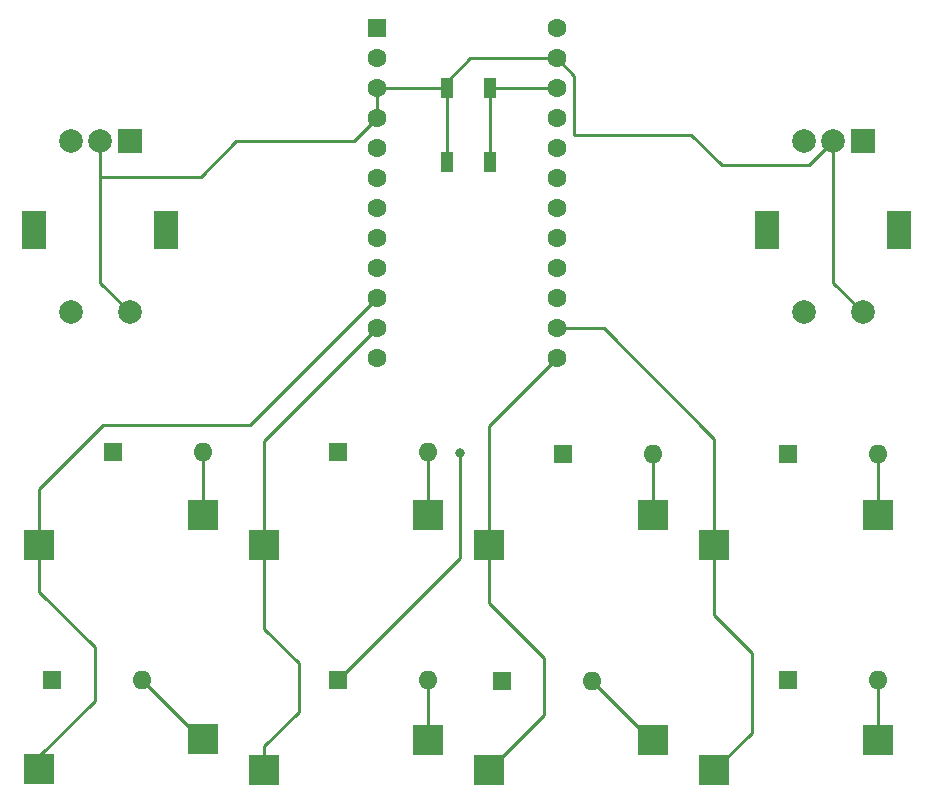
<source format=gbl>
%TF.GenerationSoftware,KiCad,Pcbnew,(6.0.8)*%
%TF.CreationDate,2023-10-01T17:03:22+02:00*%
%TF.ProjectId,macropad,6d616372-6f70-4616-942e-6b696361645f,rev?*%
%TF.SameCoordinates,Original*%
%TF.FileFunction,Copper,L2,Bot*%
%TF.FilePolarity,Positive*%
%FSLAX46Y46*%
G04 Gerber Fmt 4.6, Leading zero omitted, Abs format (unit mm)*
G04 Created by KiCad (PCBNEW (6.0.8)) date 2023-10-01 17:03:22*
%MOMM*%
%LPD*%
G01*
G04 APERTURE LIST*
%TA.AperFunction,ComponentPad*%
%ADD10R,2.000000X2.000000*%
%TD*%
%TA.AperFunction,ComponentPad*%
%ADD11C,2.000000*%
%TD*%
%TA.AperFunction,ComponentPad*%
%ADD12R,2.000000X3.200000*%
%TD*%
%TA.AperFunction,SMDPad,CuDef*%
%ADD13R,2.550000X2.500000*%
%TD*%
%TA.AperFunction,ComponentPad*%
%ADD14R,1.600000X1.600000*%
%TD*%
%TA.AperFunction,ComponentPad*%
%ADD15C,1.600000*%
%TD*%
%TA.AperFunction,ComponentPad*%
%ADD16O,1.600000X1.600000*%
%TD*%
%TA.AperFunction,SMDPad,CuDef*%
%ADD17R,1.100000X1.800000*%
%TD*%
%TA.AperFunction,ViaPad*%
%ADD18C,0.800000*%
%TD*%
%TA.AperFunction,Conductor*%
%ADD19C,0.250000*%
%TD*%
G04 APERTURE END LIST*
D10*
%TO.P,SW10,A,A*%
%TO.N,ROT2_A*%
X177840000Y-66080000D03*
D11*
%TO.P,SW10,B,B*%
%TO.N,ROT2_B*%
X172840000Y-66080000D03*
%TO.P,SW10,C,C*%
%TO.N,GND*%
X175340000Y-66080000D03*
D12*
%TO.P,SW10,MP*%
%TO.N,N/C*%
X180940000Y-73580000D03*
X169740000Y-73580000D03*
D11*
%TO.P,SW10,S1,S1*%
%TO.N,ROT2_S*%
X172840000Y-80580000D03*
%TO.P,SW10,S2,S2*%
%TO.N,GND*%
X177840000Y-80580000D03*
%TD*%
D13*
%TO.P,SW2,1,1*%
%TO.N,Net-(D1-Pad2)*%
X121990000Y-97750000D03*
%TO.P,SW2,2,2*%
%TO.N,COL1*%
X108140000Y-100290000D03*
%TD*%
%TO.P,SW3,1,1*%
%TO.N,Net-(D2-Pad2)*%
X141040000Y-97750000D03*
%TO.P,SW3,2,2*%
%TO.N,COL2*%
X127190000Y-100290000D03*
%TD*%
%TO.P,SW8,1,1*%
%TO.N,Net-(D7-Pad2)*%
X160080000Y-116800000D03*
%TO.P,SW8,2,2*%
%TO.N,COL3*%
X146230000Y-119340000D03*
%TD*%
D10*
%TO.P,SW1,A,A*%
%TO.N,ROT1_A*%
X115780000Y-66080000D03*
D11*
%TO.P,SW1,B,B*%
%TO.N,ROT1_B*%
X110780000Y-66080000D03*
%TO.P,SW1,C,C*%
%TO.N,GND*%
X113280000Y-66080000D03*
D12*
%TO.P,SW1,MP*%
%TO.N,N/C*%
X118880000Y-73580000D03*
X107680000Y-73580000D03*
D11*
%TO.P,SW1,S1,S1*%
%TO.N,ROT1_S*%
X110780000Y-80580000D03*
%TO.P,SW1,S2,S2*%
%TO.N,GND*%
X115780000Y-80580000D03*
%TD*%
D13*
%TO.P,SW6,1,1*%
%TO.N,Net-(D5-Pad2)*%
X121990000Y-116750000D03*
%TO.P,SW6,2,2*%
%TO.N,COL1*%
X108140000Y-119290000D03*
%TD*%
D14*
%TO.P,U1,1,TX*%
%TO.N,unconnected-(U1-Pad1)*%
X136690000Y-56550000D03*
D15*
%TO.P,U1,2,RX*%
%TO.N,unconnected-(U1-Pad2)*%
X136690000Y-59090000D03*
%TO.P,U1,3,GND*%
%TO.N,GND*%
X136690000Y-61630000D03*
%TO.P,U1,4,GND*%
X136690000Y-64170000D03*
%TO.P,U1,5,SDA*%
%TO.N,unconnected-(U1-Pad5)*%
X136690000Y-66710000D03*
%TO.P,U1,6,SCL*%
%TO.N,unconnected-(U1-Pad6)*%
X136690000Y-69250000D03*
%TO.P,U1,7,D4*%
%TO.N,ROT1_A*%
X136690000Y-71790000D03*
%TO.P,U1,8,C6*%
%TO.N,ROT1_B*%
X136690000Y-74330000D03*
%TO.P,U1,9,D7*%
%TO.N,ROT1_S*%
X136690000Y-76870000D03*
%TO.P,U1,10,E6*%
%TO.N,COL1*%
X136690000Y-79410000D03*
%TO.P,U1,11,B4*%
%TO.N,COL2*%
X136690000Y-81950000D03*
%TO.P,U1,12,B5*%
%TO.N,ROW1*%
X136690000Y-84490000D03*
%TO.P,U1,13,B6*%
%TO.N,COL3*%
X151930000Y-84490000D03*
%TO.P,U1,14,B2*%
%TO.N,COL4*%
X151930000Y-81950000D03*
%TO.P,U1,15,B3*%
%TO.N,ROW2*%
X151930000Y-79410000D03*
%TO.P,U1,16,B1*%
%TO.N,ROT2_S*%
X151930000Y-76870000D03*
%TO.P,U1,17,F7*%
%TO.N,ROT2_A*%
X151930000Y-74330000D03*
%TO.P,U1,18,F6*%
%TO.N,ROT2_B*%
X151930000Y-71790000D03*
%TO.P,U1,19,F5*%
%TO.N,unconnected-(U1-Pad19)*%
X151930000Y-69250000D03*
%TO.P,U1,20,F4*%
%TO.N,unconnected-(U1-Pad20)*%
X151930000Y-66710000D03*
%TO.P,U1,21,VCC*%
%TO.N,Net-(U1-Pad21)*%
X151930000Y-64170000D03*
%TO.P,U1,22,RST*%
%TO.N,RST*%
X151930000Y-61630000D03*
%TO.P,U1,23,GND*%
%TO.N,GND*%
X151930000Y-59090000D03*
%TO.P,U1,24,RAW*%
%TO.N,unconnected-(U1-Pad24)*%
X151930000Y-56550000D03*
%TD*%
D13*
%TO.P,SW9,1,1*%
%TO.N,Net-(D8-Pad2)*%
X179130000Y-116800000D03*
%TO.P,SW9,2,2*%
%TO.N,COL4*%
X165280000Y-119340000D03*
%TD*%
%TO.P,SW4,1,1*%
%TO.N,Net-(D3-Pad2)*%
X160080000Y-97750000D03*
%TO.P,SW4,2,2*%
%TO.N,COL3*%
X146230000Y-100290000D03*
%TD*%
%TO.P,SW7,1,1*%
%TO.N,Net-(D6-Pad2)*%
X141040000Y-116800000D03*
%TO.P,SW7,2,2*%
%TO.N,COL2*%
X127190000Y-119340000D03*
%TD*%
%TO.P,SW5,1,1*%
%TO.N,Net-(D4-Pad2)*%
X179130000Y-97750000D03*
%TO.P,SW5,2,2*%
%TO.N,COL4*%
X165280000Y-100290000D03*
%TD*%
D14*
%TO.P,D8,1,K*%
%TO.N,ROW2*%
X171510000Y-111750000D03*
D16*
%TO.P,D8,2,A*%
%TO.N,Net-(D8-Pad2)*%
X179130000Y-111750000D03*
%TD*%
D14*
%TO.P,D2,1,K*%
%TO.N,ROW1*%
X133420000Y-92440000D03*
D16*
%TO.P,D2,2,A*%
%TO.N,Net-(D2-Pad2)*%
X141040000Y-92440000D03*
%TD*%
D14*
%TO.P,D5,1,K*%
%TO.N,ROW2*%
X109200000Y-111750000D03*
D16*
%TO.P,D5,2,A*%
%TO.N,Net-(D5-Pad2)*%
X116820000Y-111750000D03*
%TD*%
D17*
%TO.P,SW11,1,1*%
%TO.N,RST*%
X146320000Y-67820000D03*
X146320000Y-61620000D03*
%TO.P,SW11,2,2*%
%TO.N,GND*%
X142620000Y-61620000D03*
X142620000Y-67820000D03*
%TD*%
D14*
%TO.P,D4,1,K*%
%TO.N,ROW1*%
X171520000Y-92610000D03*
D16*
%TO.P,D4,2,A*%
%TO.N,Net-(D4-Pad2)*%
X179140000Y-92610000D03*
%TD*%
D14*
%TO.P,D3,1,K*%
%TO.N,ROW1*%
X152470000Y-92590000D03*
D16*
%TO.P,D3,2,A*%
%TO.N,Net-(D3-Pad2)*%
X160090000Y-92590000D03*
%TD*%
D14*
%TO.P,D7,1,K*%
%TO.N,ROW2*%
X147310000Y-111830000D03*
D16*
%TO.P,D7,2,A*%
%TO.N,Net-(D7-Pad2)*%
X154930000Y-111830000D03*
%TD*%
D14*
%TO.P,D6,1,K*%
%TO.N,ROW2*%
X133430000Y-111740000D03*
D16*
%TO.P,D6,2,A*%
%TO.N,Net-(D6-Pad2)*%
X141050000Y-111740000D03*
%TD*%
D14*
%TO.P,D1,1,K*%
%TO.N,ROW1*%
X114370000Y-92420000D03*
D16*
%TO.P,D1,2,A*%
%TO.N,Net-(D1-Pad2)*%
X121990000Y-92420000D03*
%TD*%
D18*
%TO.N,ROW2*%
X143770000Y-92490000D03*
%TD*%
D19*
%TO.N,COL4*%
X168450000Y-109410000D02*
X165280000Y-106240000D01*
X168450000Y-116170000D02*
X168450000Y-109410000D01*
X165280000Y-106240000D02*
X165280000Y-100290000D01*
X165280000Y-119340000D02*
X168450000Y-116170000D01*
%TO.N,COL3*%
X146230000Y-105190000D02*
X146230000Y-100290000D01*
X150860000Y-109820000D02*
X146230000Y-105190000D01*
X150860000Y-114710000D02*
X150860000Y-109820000D01*
X146230000Y-119340000D02*
X150860000Y-114710000D01*
%TO.N,COL2*%
X127190000Y-107370000D02*
X127190000Y-100290000D01*
X130110000Y-110290000D02*
X127190000Y-107370000D01*
X130110000Y-114410000D02*
X130110000Y-110290000D01*
X127190000Y-117330000D02*
X130110000Y-114410000D01*
X127190000Y-119340000D02*
X127190000Y-117330000D01*
%TO.N,COL1*%
X108140000Y-104250000D02*
X108140000Y-100290000D01*
X112820000Y-108930000D02*
X108140000Y-104250000D01*
X112820000Y-113460000D02*
X112820000Y-108930000D01*
X108140000Y-119290000D02*
X108140000Y-118140000D01*
X108140000Y-118140000D02*
X112820000Y-113460000D01*
%TO.N,Net-(D1-Pad2)*%
X121990000Y-92420000D02*
X121990000Y-97750000D01*
%TO.N,Net-(D2-Pad2)*%
X141040000Y-92440000D02*
X141040000Y-97750000D01*
%TO.N,Net-(D3-Pad2)*%
X160090000Y-92590000D02*
X160090000Y-97740000D01*
X160090000Y-97740000D02*
X160080000Y-97750000D01*
%TO.N,Net-(D4-Pad2)*%
X179130000Y-97750000D02*
X179130000Y-92620000D01*
X179130000Y-92620000D02*
X179140000Y-92610000D01*
%TO.N,ROW2*%
X143770000Y-92490000D02*
X143770000Y-101400000D01*
X143770000Y-101400000D02*
X133430000Y-111740000D01*
%TO.N,Net-(D5-Pad2)*%
X121820000Y-116750000D02*
X116820000Y-111750000D01*
X121990000Y-116750000D02*
X121820000Y-116750000D01*
%TO.N,Net-(D6-Pad2)*%
X141040000Y-111750000D02*
X141050000Y-111740000D01*
X141040000Y-116800000D02*
X141040000Y-111750000D01*
%TO.N,Net-(D7-Pad2)*%
X160080000Y-116800000D02*
X159900000Y-116800000D01*
X159900000Y-116800000D02*
X154930000Y-111830000D01*
%TO.N,Net-(D8-Pad2)*%
X179130000Y-116800000D02*
X179130000Y-111750000D01*
%TO.N,GND*%
X121800000Y-69090000D02*
X113280000Y-69090000D01*
X144623222Y-59090000D02*
X151930000Y-59090000D01*
X153400000Y-60560000D02*
X151930000Y-59090000D01*
X113280000Y-66080000D02*
X113280000Y-68530000D01*
X113280000Y-69090000D02*
X113280000Y-78080000D01*
X142620000Y-61093222D02*
X144623222Y-59090000D01*
X153400000Y-65530000D02*
X153400000Y-60560000D01*
X124800000Y-66090000D02*
X121800000Y-69090000D01*
X134770000Y-66090000D02*
X124800000Y-66090000D01*
X113280000Y-68530000D02*
X113280000Y-69090000D01*
X175340000Y-66080000D02*
X175340000Y-78080000D01*
X175340000Y-78080000D02*
X177840000Y-80580000D01*
X136690000Y-64170000D02*
X134770000Y-66090000D01*
X136690000Y-61630000D02*
X142610000Y-61630000D01*
X113280000Y-78080000D02*
X115780000Y-80580000D01*
X173280000Y-68140000D02*
X165900000Y-68140000D01*
X142620000Y-67820000D02*
X142620000Y-61620000D01*
X165900000Y-68140000D02*
X163290000Y-65530000D01*
X163290000Y-65530000D02*
X153400000Y-65530000D01*
X136690000Y-64170000D02*
X136690000Y-61630000D01*
X142620000Y-61620000D02*
X142620000Y-61093222D01*
X175340000Y-66080000D02*
X173280000Y-68140000D01*
X142610000Y-61630000D02*
X142620000Y-61620000D01*
%TO.N,COL1*%
X136690000Y-79410000D02*
X125950000Y-90150000D01*
X108140000Y-95520000D02*
X108140000Y-100290000D01*
X125950000Y-90150000D02*
X113510000Y-90150000D01*
X113510000Y-90150000D02*
X108140000Y-95520000D01*
%TO.N,COL2*%
X127190000Y-91450000D02*
X136690000Y-81950000D01*
X127190000Y-100290000D02*
X127190000Y-91450000D01*
%TO.N,COL3*%
X146230000Y-90190000D02*
X151930000Y-84490000D01*
X146230000Y-100290000D02*
X146230000Y-90190000D01*
%TO.N,COL4*%
X165280000Y-100290000D02*
X165280000Y-91330000D01*
X165280000Y-91330000D02*
X155900000Y-81950000D01*
X155900000Y-81950000D02*
X151930000Y-81950000D01*
%TO.N,RST*%
X146320000Y-67820000D02*
X146320000Y-61620000D01*
X146320000Y-61620000D02*
X151920000Y-61620000D01*
X151920000Y-61620000D02*
X151930000Y-61630000D01*
%TD*%
M02*

</source>
